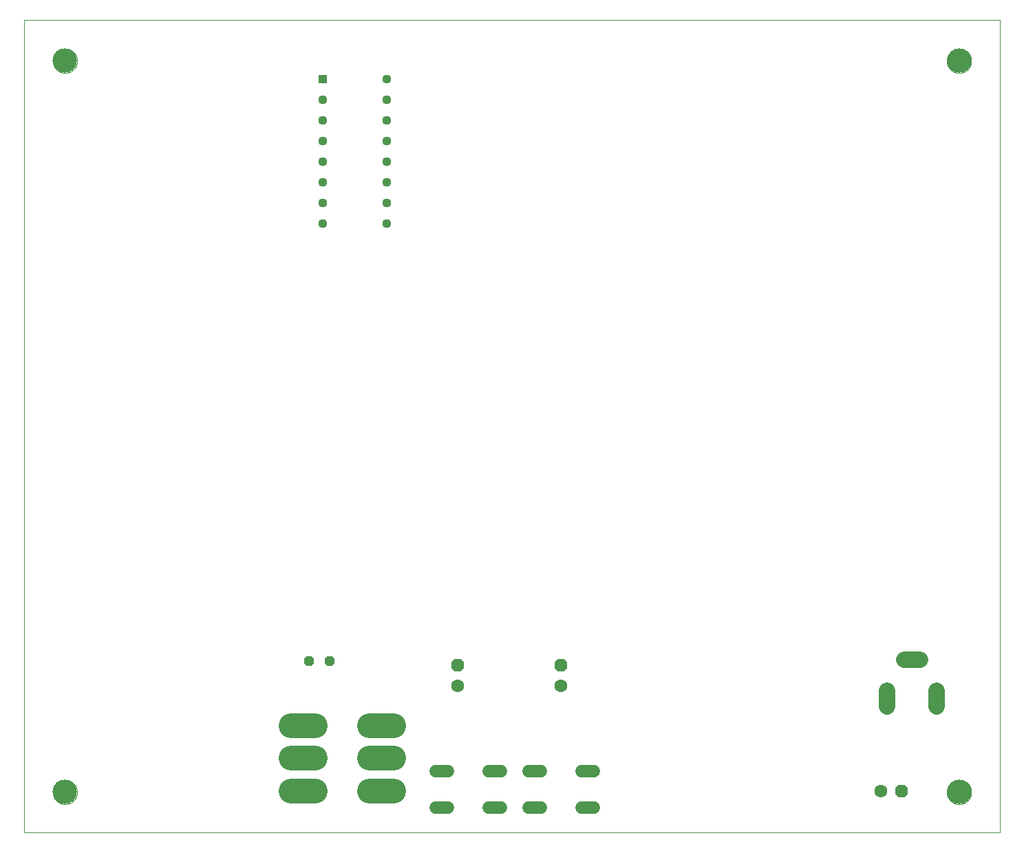
<source format=gbs>
G75*
%MOIN*%
%OFA0B0*%
%FSLAX25Y25*%
%IPPOS*%
%LPD*%
%AMOC8*
5,1,8,0,0,1.08239X$1,22.5*
%
%ADD10C,0.00000*%
%ADD11OC8,0.06300*%
%ADD12C,0.06300*%
%ADD13OC8,0.04800*%
%ADD14R,0.04449X0.04449*%
%ADD15C,0.04449*%
%ADD16C,0.07874*%
%ADD17C,0.06000*%
%ADD18C,0.11850*%
%ADD19C,0.11811*%
D10*
X0001800Y0003582D02*
X0001800Y0397283D01*
X0474241Y0397283D01*
X0474241Y0003582D01*
X0001800Y0003582D01*
X0015579Y0023267D02*
X0015581Y0023420D01*
X0015587Y0023574D01*
X0015597Y0023727D01*
X0015611Y0023879D01*
X0015629Y0024032D01*
X0015651Y0024183D01*
X0015676Y0024334D01*
X0015706Y0024485D01*
X0015740Y0024635D01*
X0015777Y0024783D01*
X0015818Y0024931D01*
X0015863Y0025077D01*
X0015912Y0025223D01*
X0015965Y0025367D01*
X0016021Y0025509D01*
X0016081Y0025650D01*
X0016145Y0025790D01*
X0016212Y0025928D01*
X0016283Y0026064D01*
X0016358Y0026198D01*
X0016435Y0026330D01*
X0016517Y0026460D01*
X0016601Y0026588D01*
X0016689Y0026714D01*
X0016780Y0026837D01*
X0016874Y0026958D01*
X0016972Y0027076D01*
X0017072Y0027192D01*
X0017176Y0027305D01*
X0017282Y0027416D01*
X0017391Y0027524D01*
X0017503Y0027629D01*
X0017617Y0027730D01*
X0017735Y0027829D01*
X0017854Y0027925D01*
X0017976Y0028018D01*
X0018101Y0028107D01*
X0018228Y0028194D01*
X0018357Y0028276D01*
X0018488Y0028356D01*
X0018621Y0028432D01*
X0018756Y0028505D01*
X0018893Y0028574D01*
X0019032Y0028639D01*
X0019172Y0028701D01*
X0019314Y0028759D01*
X0019457Y0028814D01*
X0019602Y0028865D01*
X0019748Y0028912D01*
X0019895Y0028955D01*
X0020043Y0028994D01*
X0020192Y0029030D01*
X0020342Y0029061D01*
X0020493Y0029089D01*
X0020644Y0029113D01*
X0020797Y0029133D01*
X0020949Y0029149D01*
X0021102Y0029161D01*
X0021255Y0029169D01*
X0021408Y0029173D01*
X0021562Y0029173D01*
X0021715Y0029169D01*
X0021868Y0029161D01*
X0022021Y0029149D01*
X0022173Y0029133D01*
X0022326Y0029113D01*
X0022477Y0029089D01*
X0022628Y0029061D01*
X0022778Y0029030D01*
X0022927Y0028994D01*
X0023075Y0028955D01*
X0023222Y0028912D01*
X0023368Y0028865D01*
X0023513Y0028814D01*
X0023656Y0028759D01*
X0023798Y0028701D01*
X0023938Y0028639D01*
X0024077Y0028574D01*
X0024214Y0028505D01*
X0024349Y0028432D01*
X0024482Y0028356D01*
X0024613Y0028276D01*
X0024742Y0028194D01*
X0024869Y0028107D01*
X0024994Y0028018D01*
X0025116Y0027925D01*
X0025235Y0027829D01*
X0025353Y0027730D01*
X0025467Y0027629D01*
X0025579Y0027524D01*
X0025688Y0027416D01*
X0025794Y0027305D01*
X0025898Y0027192D01*
X0025998Y0027076D01*
X0026096Y0026958D01*
X0026190Y0026837D01*
X0026281Y0026714D01*
X0026369Y0026588D01*
X0026453Y0026460D01*
X0026535Y0026330D01*
X0026612Y0026198D01*
X0026687Y0026064D01*
X0026758Y0025928D01*
X0026825Y0025790D01*
X0026889Y0025650D01*
X0026949Y0025509D01*
X0027005Y0025367D01*
X0027058Y0025223D01*
X0027107Y0025077D01*
X0027152Y0024931D01*
X0027193Y0024783D01*
X0027230Y0024635D01*
X0027264Y0024485D01*
X0027294Y0024334D01*
X0027319Y0024183D01*
X0027341Y0024032D01*
X0027359Y0023879D01*
X0027373Y0023727D01*
X0027383Y0023574D01*
X0027389Y0023420D01*
X0027391Y0023267D01*
X0027389Y0023114D01*
X0027383Y0022960D01*
X0027373Y0022807D01*
X0027359Y0022655D01*
X0027341Y0022502D01*
X0027319Y0022351D01*
X0027294Y0022200D01*
X0027264Y0022049D01*
X0027230Y0021899D01*
X0027193Y0021751D01*
X0027152Y0021603D01*
X0027107Y0021457D01*
X0027058Y0021311D01*
X0027005Y0021167D01*
X0026949Y0021025D01*
X0026889Y0020884D01*
X0026825Y0020744D01*
X0026758Y0020606D01*
X0026687Y0020470D01*
X0026612Y0020336D01*
X0026535Y0020204D01*
X0026453Y0020074D01*
X0026369Y0019946D01*
X0026281Y0019820D01*
X0026190Y0019697D01*
X0026096Y0019576D01*
X0025998Y0019458D01*
X0025898Y0019342D01*
X0025794Y0019229D01*
X0025688Y0019118D01*
X0025579Y0019010D01*
X0025467Y0018905D01*
X0025353Y0018804D01*
X0025235Y0018705D01*
X0025116Y0018609D01*
X0024994Y0018516D01*
X0024869Y0018427D01*
X0024742Y0018340D01*
X0024613Y0018258D01*
X0024482Y0018178D01*
X0024349Y0018102D01*
X0024214Y0018029D01*
X0024077Y0017960D01*
X0023938Y0017895D01*
X0023798Y0017833D01*
X0023656Y0017775D01*
X0023513Y0017720D01*
X0023368Y0017669D01*
X0023222Y0017622D01*
X0023075Y0017579D01*
X0022927Y0017540D01*
X0022778Y0017504D01*
X0022628Y0017473D01*
X0022477Y0017445D01*
X0022326Y0017421D01*
X0022173Y0017401D01*
X0022021Y0017385D01*
X0021868Y0017373D01*
X0021715Y0017365D01*
X0021562Y0017361D01*
X0021408Y0017361D01*
X0021255Y0017365D01*
X0021102Y0017373D01*
X0020949Y0017385D01*
X0020797Y0017401D01*
X0020644Y0017421D01*
X0020493Y0017445D01*
X0020342Y0017473D01*
X0020192Y0017504D01*
X0020043Y0017540D01*
X0019895Y0017579D01*
X0019748Y0017622D01*
X0019602Y0017669D01*
X0019457Y0017720D01*
X0019314Y0017775D01*
X0019172Y0017833D01*
X0019032Y0017895D01*
X0018893Y0017960D01*
X0018756Y0018029D01*
X0018621Y0018102D01*
X0018488Y0018178D01*
X0018357Y0018258D01*
X0018228Y0018340D01*
X0018101Y0018427D01*
X0017976Y0018516D01*
X0017854Y0018609D01*
X0017735Y0018705D01*
X0017617Y0018804D01*
X0017503Y0018905D01*
X0017391Y0019010D01*
X0017282Y0019118D01*
X0017176Y0019229D01*
X0017072Y0019342D01*
X0016972Y0019458D01*
X0016874Y0019576D01*
X0016780Y0019697D01*
X0016689Y0019820D01*
X0016601Y0019946D01*
X0016517Y0020074D01*
X0016435Y0020204D01*
X0016358Y0020336D01*
X0016283Y0020470D01*
X0016212Y0020606D01*
X0016145Y0020744D01*
X0016081Y0020884D01*
X0016021Y0021025D01*
X0015965Y0021167D01*
X0015912Y0021311D01*
X0015863Y0021457D01*
X0015818Y0021603D01*
X0015777Y0021751D01*
X0015740Y0021899D01*
X0015706Y0022049D01*
X0015676Y0022200D01*
X0015651Y0022351D01*
X0015629Y0022502D01*
X0015611Y0022655D01*
X0015597Y0022807D01*
X0015587Y0022960D01*
X0015581Y0023114D01*
X0015579Y0023267D01*
X0015579Y0377598D02*
X0015581Y0377751D01*
X0015587Y0377905D01*
X0015597Y0378058D01*
X0015611Y0378210D01*
X0015629Y0378363D01*
X0015651Y0378514D01*
X0015676Y0378665D01*
X0015706Y0378816D01*
X0015740Y0378966D01*
X0015777Y0379114D01*
X0015818Y0379262D01*
X0015863Y0379408D01*
X0015912Y0379554D01*
X0015965Y0379698D01*
X0016021Y0379840D01*
X0016081Y0379981D01*
X0016145Y0380121D01*
X0016212Y0380259D01*
X0016283Y0380395D01*
X0016358Y0380529D01*
X0016435Y0380661D01*
X0016517Y0380791D01*
X0016601Y0380919D01*
X0016689Y0381045D01*
X0016780Y0381168D01*
X0016874Y0381289D01*
X0016972Y0381407D01*
X0017072Y0381523D01*
X0017176Y0381636D01*
X0017282Y0381747D01*
X0017391Y0381855D01*
X0017503Y0381960D01*
X0017617Y0382061D01*
X0017735Y0382160D01*
X0017854Y0382256D01*
X0017976Y0382349D01*
X0018101Y0382438D01*
X0018228Y0382525D01*
X0018357Y0382607D01*
X0018488Y0382687D01*
X0018621Y0382763D01*
X0018756Y0382836D01*
X0018893Y0382905D01*
X0019032Y0382970D01*
X0019172Y0383032D01*
X0019314Y0383090D01*
X0019457Y0383145D01*
X0019602Y0383196D01*
X0019748Y0383243D01*
X0019895Y0383286D01*
X0020043Y0383325D01*
X0020192Y0383361D01*
X0020342Y0383392D01*
X0020493Y0383420D01*
X0020644Y0383444D01*
X0020797Y0383464D01*
X0020949Y0383480D01*
X0021102Y0383492D01*
X0021255Y0383500D01*
X0021408Y0383504D01*
X0021562Y0383504D01*
X0021715Y0383500D01*
X0021868Y0383492D01*
X0022021Y0383480D01*
X0022173Y0383464D01*
X0022326Y0383444D01*
X0022477Y0383420D01*
X0022628Y0383392D01*
X0022778Y0383361D01*
X0022927Y0383325D01*
X0023075Y0383286D01*
X0023222Y0383243D01*
X0023368Y0383196D01*
X0023513Y0383145D01*
X0023656Y0383090D01*
X0023798Y0383032D01*
X0023938Y0382970D01*
X0024077Y0382905D01*
X0024214Y0382836D01*
X0024349Y0382763D01*
X0024482Y0382687D01*
X0024613Y0382607D01*
X0024742Y0382525D01*
X0024869Y0382438D01*
X0024994Y0382349D01*
X0025116Y0382256D01*
X0025235Y0382160D01*
X0025353Y0382061D01*
X0025467Y0381960D01*
X0025579Y0381855D01*
X0025688Y0381747D01*
X0025794Y0381636D01*
X0025898Y0381523D01*
X0025998Y0381407D01*
X0026096Y0381289D01*
X0026190Y0381168D01*
X0026281Y0381045D01*
X0026369Y0380919D01*
X0026453Y0380791D01*
X0026535Y0380661D01*
X0026612Y0380529D01*
X0026687Y0380395D01*
X0026758Y0380259D01*
X0026825Y0380121D01*
X0026889Y0379981D01*
X0026949Y0379840D01*
X0027005Y0379698D01*
X0027058Y0379554D01*
X0027107Y0379408D01*
X0027152Y0379262D01*
X0027193Y0379114D01*
X0027230Y0378966D01*
X0027264Y0378816D01*
X0027294Y0378665D01*
X0027319Y0378514D01*
X0027341Y0378363D01*
X0027359Y0378210D01*
X0027373Y0378058D01*
X0027383Y0377905D01*
X0027389Y0377751D01*
X0027391Y0377598D01*
X0027389Y0377445D01*
X0027383Y0377291D01*
X0027373Y0377138D01*
X0027359Y0376986D01*
X0027341Y0376833D01*
X0027319Y0376682D01*
X0027294Y0376531D01*
X0027264Y0376380D01*
X0027230Y0376230D01*
X0027193Y0376082D01*
X0027152Y0375934D01*
X0027107Y0375788D01*
X0027058Y0375642D01*
X0027005Y0375498D01*
X0026949Y0375356D01*
X0026889Y0375215D01*
X0026825Y0375075D01*
X0026758Y0374937D01*
X0026687Y0374801D01*
X0026612Y0374667D01*
X0026535Y0374535D01*
X0026453Y0374405D01*
X0026369Y0374277D01*
X0026281Y0374151D01*
X0026190Y0374028D01*
X0026096Y0373907D01*
X0025998Y0373789D01*
X0025898Y0373673D01*
X0025794Y0373560D01*
X0025688Y0373449D01*
X0025579Y0373341D01*
X0025467Y0373236D01*
X0025353Y0373135D01*
X0025235Y0373036D01*
X0025116Y0372940D01*
X0024994Y0372847D01*
X0024869Y0372758D01*
X0024742Y0372671D01*
X0024613Y0372589D01*
X0024482Y0372509D01*
X0024349Y0372433D01*
X0024214Y0372360D01*
X0024077Y0372291D01*
X0023938Y0372226D01*
X0023798Y0372164D01*
X0023656Y0372106D01*
X0023513Y0372051D01*
X0023368Y0372000D01*
X0023222Y0371953D01*
X0023075Y0371910D01*
X0022927Y0371871D01*
X0022778Y0371835D01*
X0022628Y0371804D01*
X0022477Y0371776D01*
X0022326Y0371752D01*
X0022173Y0371732D01*
X0022021Y0371716D01*
X0021868Y0371704D01*
X0021715Y0371696D01*
X0021562Y0371692D01*
X0021408Y0371692D01*
X0021255Y0371696D01*
X0021102Y0371704D01*
X0020949Y0371716D01*
X0020797Y0371732D01*
X0020644Y0371752D01*
X0020493Y0371776D01*
X0020342Y0371804D01*
X0020192Y0371835D01*
X0020043Y0371871D01*
X0019895Y0371910D01*
X0019748Y0371953D01*
X0019602Y0372000D01*
X0019457Y0372051D01*
X0019314Y0372106D01*
X0019172Y0372164D01*
X0019032Y0372226D01*
X0018893Y0372291D01*
X0018756Y0372360D01*
X0018621Y0372433D01*
X0018488Y0372509D01*
X0018357Y0372589D01*
X0018228Y0372671D01*
X0018101Y0372758D01*
X0017976Y0372847D01*
X0017854Y0372940D01*
X0017735Y0373036D01*
X0017617Y0373135D01*
X0017503Y0373236D01*
X0017391Y0373341D01*
X0017282Y0373449D01*
X0017176Y0373560D01*
X0017072Y0373673D01*
X0016972Y0373789D01*
X0016874Y0373907D01*
X0016780Y0374028D01*
X0016689Y0374151D01*
X0016601Y0374277D01*
X0016517Y0374405D01*
X0016435Y0374535D01*
X0016358Y0374667D01*
X0016283Y0374801D01*
X0016212Y0374937D01*
X0016145Y0375075D01*
X0016081Y0375215D01*
X0016021Y0375356D01*
X0015965Y0375498D01*
X0015912Y0375642D01*
X0015863Y0375788D01*
X0015818Y0375934D01*
X0015777Y0376082D01*
X0015740Y0376230D01*
X0015706Y0376380D01*
X0015676Y0376531D01*
X0015651Y0376682D01*
X0015629Y0376833D01*
X0015611Y0376986D01*
X0015597Y0377138D01*
X0015587Y0377291D01*
X0015581Y0377445D01*
X0015579Y0377598D01*
X0448650Y0377598D02*
X0448652Y0377751D01*
X0448658Y0377905D01*
X0448668Y0378058D01*
X0448682Y0378210D01*
X0448700Y0378363D01*
X0448722Y0378514D01*
X0448747Y0378665D01*
X0448777Y0378816D01*
X0448811Y0378966D01*
X0448848Y0379114D01*
X0448889Y0379262D01*
X0448934Y0379408D01*
X0448983Y0379554D01*
X0449036Y0379698D01*
X0449092Y0379840D01*
X0449152Y0379981D01*
X0449216Y0380121D01*
X0449283Y0380259D01*
X0449354Y0380395D01*
X0449429Y0380529D01*
X0449506Y0380661D01*
X0449588Y0380791D01*
X0449672Y0380919D01*
X0449760Y0381045D01*
X0449851Y0381168D01*
X0449945Y0381289D01*
X0450043Y0381407D01*
X0450143Y0381523D01*
X0450247Y0381636D01*
X0450353Y0381747D01*
X0450462Y0381855D01*
X0450574Y0381960D01*
X0450688Y0382061D01*
X0450806Y0382160D01*
X0450925Y0382256D01*
X0451047Y0382349D01*
X0451172Y0382438D01*
X0451299Y0382525D01*
X0451428Y0382607D01*
X0451559Y0382687D01*
X0451692Y0382763D01*
X0451827Y0382836D01*
X0451964Y0382905D01*
X0452103Y0382970D01*
X0452243Y0383032D01*
X0452385Y0383090D01*
X0452528Y0383145D01*
X0452673Y0383196D01*
X0452819Y0383243D01*
X0452966Y0383286D01*
X0453114Y0383325D01*
X0453263Y0383361D01*
X0453413Y0383392D01*
X0453564Y0383420D01*
X0453715Y0383444D01*
X0453868Y0383464D01*
X0454020Y0383480D01*
X0454173Y0383492D01*
X0454326Y0383500D01*
X0454479Y0383504D01*
X0454633Y0383504D01*
X0454786Y0383500D01*
X0454939Y0383492D01*
X0455092Y0383480D01*
X0455244Y0383464D01*
X0455397Y0383444D01*
X0455548Y0383420D01*
X0455699Y0383392D01*
X0455849Y0383361D01*
X0455998Y0383325D01*
X0456146Y0383286D01*
X0456293Y0383243D01*
X0456439Y0383196D01*
X0456584Y0383145D01*
X0456727Y0383090D01*
X0456869Y0383032D01*
X0457009Y0382970D01*
X0457148Y0382905D01*
X0457285Y0382836D01*
X0457420Y0382763D01*
X0457553Y0382687D01*
X0457684Y0382607D01*
X0457813Y0382525D01*
X0457940Y0382438D01*
X0458065Y0382349D01*
X0458187Y0382256D01*
X0458306Y0382160D01*
X0458424Y0382061D01*
X0458538Y0381960D01*
X0458650Y0381855D01*
X0458759Y0381747D01*
X0458865Y0381636D01*
X0458969Y0381523D01*
X0459069Y0381407D01*
X0459167Y0381289D01*
X0459261Y0381168D01*
X0459352Y0381045D01*
X0459440Y0380919D01*
X0459524Y0380791D01*
X0459606Y0380661D01*
X0459683Y0380529D01*
X0459758Y0380395D01*
X0459829Y0380259D01*
X0459896Y0380121D01*
X0459960Y0379981D01*
X0460020Y0379840D01*
X0460076Y0379698D01*
X0460129Y0379554D01*
X0460178Y0379408D01*
X0460223Y0379262D01*
X0460264Y0379114D01*
X0460301Y0378966D01*
X0460335Y0378816D01*
X0460365Y0378665D01*
X0460390Y0378514D01*
X0460412Y0378363D01*
X0460430Y0378210D01*
X0460444Y0378058D01*
X0460454Y0377905D01*
X0460460Y0377751D01*
X0460462Y0377598D01*
X0460460Y0377445D01*
X0460454Y0377291D01*
X0460444Y0377138D01*
X0460430Y0376986D01*
X0460412Y0376833D01*
X0460390Y0376682D01*
X0460365Y0376531D01*
X0460335Y0376380D01*
X0460301Y0376230D01*
X0460264Y0376082D01*
X0460223Y0375934D01*
X0460178Y0375788D01*
X0460129Y0375642D01*
X0460076Y0375498D01*
X0460020Y0375356D01*
X0459960Y0375215D01*
X0459896Y0375075D01*
X0459829Y0374937D01*
X0459758Y0374801D01*
X0459683Y0374667D01*
X0459606Y0374535D01*
X0459524Y0374405D01*
X0459440Y0374277D01*
X0459352Y0374151D01*
X0459261Y0374028D01*
X0459167Y0373907D01*
X0459069Y0373789D01*
X0458969Y0373673D01*
X0458865Y0373560D01*
X0458759Y0373449D01*
X0458650Y0373341D01*
X0458538Y0373236D01*
X0458424Y0373135D01*
X0458306Y0373036D01*
X0458187Y0372940D01*
X0458065Y0372847D01*
X0457940Y0372758D01*
X0457813Y0372671D01*
X0457684Y0372589D01*
X0457553Y0372509D01*
X0457420Y0372433D01*
X0457285Y0372360D01*
X0457148Y0372291D01*
X0457009Y0372226D01*
X0456869Y0372164D01*
X0456727Y0372106D01*
X0456584Y0372051D01*
X0456439Y0372000D01*
X0456293Y0371953D01*
X0456146Y0371910D01*
X0455998Y0371871D01*
X0455849Y0371835D01*
X0455699Y0371804D01*
X0455548Y0371776D01*
X0455397Y0371752D01*
X0455244Y0371732D01*
X0455092Y0371716D01*
X0454939Y0371704D01*
X0454786Y0371696D01*
X0454633Y0371692D01*
X0454479Y0371692D01*
X0454326Y0371696D01*
X0454173Y0371704D01*
X0454020Y0371716D01*
X0453868Y0371732D01*
X0453715Y0371752D01*
X0453564Y0371776D01*
X0453413Y0371804D01*
X0453263Y0371835D01*
X0453114Y0371871D01*
X0452966Y0371910D01*
X0452819Y0371953D01*
X0452673Y0372000D01*
X0452528Y0372051D01*
X0452385Y0372106D01*
X0452243Y0372164D01*
X0452103Y0372226D01*
X0451964Y0372291D01*
X0451827Y0372360D01*
X0451692Y0372433D01*
X0451559Y0372509D01*
X0451428Y0372589D01*
X0451299Y0372671D01*
X0451172Y0372758D01*
X0451047Y0372847D01*
X0450925Y0372940D01*
X0450806Y0373036D01*
X0450688Y0373135D01*
X0450574Y0373236D01*
X0450462Y0373341D01*
X0450353Y0373449D01*
X0450247Y0373560D01*
X0450143Y0373673D01*
X0450043Y0373789D01*
X0449945Y0373907D01*
X0449851Y0374028D01*
X0449760Y0374151D01*
X0449672Y0374277D01*
X0449588Y0374405D01*
X0449506Y0374535D01*
X0449429Y0374667D01*
X0449354Y0374801D01*
X0449283Y0374937D01*
X0449216Y0375075D01*
X0449152Y0375215D01*
X0449092Y0375356D01*
X0449036Y0375498D01*
X0448983Y0375642D01*
X0448934Y0375788D01*
X0448889Y0375934D01*
X0448848Y0376082D01*
X0448811Y0376230D01*
X0448777Y0376380D01*
X0448747Y0376531D01*
X0448722Y0376682D01*
X0448700Y0376833D01*
X0448682Y0376986D01*
X0448668Y0377138D01*
X0448658Y0377291D01*
X0448652Y0377445D01*
X0448650Y0377598D01*
X0448650Y0023267D02*
X0448652Y0023420D01*
X0448658Y0023574D01*
X0448668Y0023727D01*
X0448682Y0023879D01*
X0448700Y0024032D01*
X0448722Y0024183D01*
X0448747Y0024334D01*
X0448777Y0024485D01*
X0448811Y0024635D01*
X0448848Y0024783D01*
X0448889Y0024931D01*
X0448934Y0025077D01*
X0448983Y0025223D01*
X0449036Y0025367D01*
X0449092Y0025509D01*
X0449152Y0025650D01*
X0449216Y0025790D01*
X0449283Y0025928D01*
X0449354Y0026064D01*
X0449429Y0026198D01*
X0449506Y0026330D01*
X0449588Y0026460D01*
X0449672Y0026588D01*
X0449760Y0026714D01*
X0449851Y0026837D01*
X0449945Y0026958D01*
X0450043Y0027076D01*
X0450143Y0027192D01*
X0450247Y0027305D01*
X0450353Y0027416D01*
X0450462Y0027524D01*
X0450574Y0027629D01*
X0450688Y0027730D01*
X0450806Y0027829D01*
X0450925Y0027925D01*
X0451047Y0028018D01*
X0451172Y0028107D01*
X0451299Y0028194D01*
X0451428Y0028276D01*
X0451559Y0028356D01*
X0451692Y0028432D01*
X0451827Y0028505D01*
X0451964Y0028574D01*
X0452103Y0028639D01*
X0452243Y0028701D01*
X0452385Y0028759D01*
X0452528Y0028814D01*
X0452673Y0028865D01*
X0452819Y0028912D01*
X0452966Y0028955D01*
X0453114Y0028994D01*
X0453263Y0029030D01*
X0453413Y0029061D01*
X0453564Y0029089D01*
X0453715Y0029113D01*
X0453868Y0029133D01*
X0454020Y0029149D01*
X0454173Y0029161D01*
X0454326Y0029169D01*
X0454479Y0029173D01*
X0454633Y0029173D01*
X0454786Y0029169D01*
X0454939Y0029161D01*
X0455092Y0029149D01*
X0455244Y0029133D01*
X0455397Y0029113D01*
X0455548Y0029089D01*
X0455699Y0029061D01*
X0455849Y0029030D01*
X0455998Y0028994D01*
X0456146Y0028955D01*
X0456293Y0028912D01*
X0456439Y0028865D01*
X0456584Y0028814D01*
X0456727Y0028759D01*
X0456869Y0028701D01*
X0457009Y0028639D01*
X0457148Y0028574D01*
X0457285Y0028505D01*
X0457420Y0028432D01*
X0457553Y0028356D01*
X0457684Y0028276D01*
X0457813Y0028194D01*
X0457940Y0028107D01*
X0458065Y0028018D01*
X0458187Y0027925D01*
X0458306Y0027829D01*
X0458424Y0027730D01*
X0458538Y0027629D01*
X0458650Y0027524D01*
X0458759Y0027416D01*
X0458865Y0027305D01*
X0458969Y0027192D01*
X0459069Y0027076D01*
X0459167Y0026958D01*
X0459261Y0026837D01*
X0459352Y0026714D01*
X0459440Y0026588D01*
X0459524Y0026460D01*
X0459606Y0026330D01*
X0459683Y0026198D01*
X0459758Y0026064D01*
X0459829Y0025928D01*
X0459896Y0025790D01*
X0459960Y0025650D01*
X0460020Y0025509D01*
X0460076Y0025367D01*
X0460129Y0025223D01*
X0460178Y0025077D01*
X0460223Y0024931D01*
X0460264Y0024783D01*
X0460301Y0024635D01*
X0460335Y0024485D01*
X0460365Y0024334D01*
X0460390Y0024183D01*
X0460412Y0024032D01*
X0460430Y0023879D01*
X0460444Y0023727D01*
X0460454Y0023574D01*
X0460460Y0023420D01*
X0460462Y0023267D01*
X0460460Y0023114D01*
X0460454Y0022960D01*
X0460444Y0022807D01*
X0460430Y0022655D01*
X0460412Y0022502D01*
X0460390Y0022351D01*
X0460365Y0022200D01*
X0460335Y0022049D01*
X0460301Y0021899D01*
X0460264Y0021751D01*
X0460223Y0021603D01*
X0460178Y0021457D01*
X0460129Y0021311D01*
X0460076Y0021167D01*
X0460020Y0021025D01*
X0459960Y0020884D01*
X0459896Y0020744D01*
X0459829Y0020606D01*
X0459758Y0020470D01*
X0459683Y0020336D01*
X0459606Y0020204D01*
X0459524Y0020074D01*
X0459440Y0019946D01*
X0459352Y0019820D01*
X0459261Y0019697D01*
X0459167Y0019576D01*
X0459069Y0019458D01*
X0458969Y0019342D01*
X0458865Y0019229D01*
X0458759Y0019118D01*
X0458650Y0019010D01*
X0458538Y0018905D01*
X0458424Y0018804D01*
X0458306Y0018705D01*
X0458187Y0018609D01*
X0458065Y0018516D01*
X0457940Y0018427D01*
X0457813Y0018340D01*
X0457684Y0018258D01*
X0457553Y0018178D01*
X0457420Y0018102D01*
X0457285Y0018029D01*
X0457148Y0017960D01*
X0457009Y0017895D01*
X0456869Y0017833D01*
X0456727Y0017775D01*
X0456584Y0017720D01*
X0456439Y0017669D01*
X0456293Y0017622D01*
X0456146Y0017579D01*
X0455998Y0017540D01*
X0455849Y0017504D01*
X0455699Y0017473D01*
X0455548Y0017445D01*
X0455397Y0017421D01*
X0455244Y0017401D01*
X0455092Y0017385D01*
X0454939Y0017373D01*
X0454786Y0017365D01*
X0454633Y0017361D01*
X0454479Y0017361D01*
X0454326Y0017365D01*
X0454173Y0017373D01*
X0454020Y0017385D01*
X0453868Y0017401D01*
X0453715Y0017421D01*
X0453564Y0017445D01*
X0453413Y0017473D01*
X0453263Y0017504D01*
X0453114Y0017540D01*
X0452966Y0017579D01*
X0452819Y0017622D01*
X0452673Y0017669D01*
X0452528Y0017720D01*
X0452385Y0017775D01*
X0452243Y0017833D01*
X0452103Y0017895D01*
X0451964Y0017960D01*
X0451827Y0018029D01*
X0451692Y0018102D01*
X0451559Y0018178D01*
X0451428Y0018258D01*
X0451299Y0018340D01*
X0451172Y0018427D01*
X0451047Y0018516D01*
X0450925Y0018609D01*
X0450806Y0018705D01*
X0450688Y0018804D01*
X0450574Y0018905D01*
X0450462Y0019010D01*
X0450353Y0019118D01*
X0450247Y0019229D01*
X0450143Y0019342D01*
X0450043Y0019458D01*
X0449945Y0019576D01*
X0449851Y0019697D01*
X0449760Y0019820D01*
X0449672Y0019946D01*
X0449588Y0020074D01*
X0449506Y0020204D01*
X0449429Y0020336D01*
X0449354Y0020470D01*
X0449283Y0020606D01*
X0449216Y0020744D01*
X0449152Y0020884D01*
X0449092Y0021025D01*
X0449036Y0021167D01*
X0448983Y0021311D01*
X0448934Y0021457D01*
X0448889Y0021603D01*
X0448848Y0021751D01*
X0448811Y0021899D01*
X0448777Y0022049D01*
X0448747Y0022200D01*
X0448722Y0022351D01*
X0448700Y0022502D01*
X0448682Y0022655D01*
X0448668Y0022807D01*
X0448658Y0022960D01*
X0448652Y0023114D01*
X0448650Y0023267D01*
D11*
X0426800Y0023582D03*
X0261800Y0084582D03*
X0211800Y0084582D03*
D12*
X0211800Y0074582D03*
X0261800Y0074582D03*
X0416800Y0023582D03*
D13*
X0149800Y0086582D03*
X0139800Y0086582D03*
D14*
X0146170Y0368582D03*
D15*
X0146170Y0358582D03*
X0146170Y0348582D03*
X0146170Y0338582D03*
X0146170Y0328582D03*
X0146170Y0318582D03*
X0146170Y0308582D03*
X0146170Y0298582D03*
X0177430Y0298582D03*
X0177430Y0308582D03*
X0177430Y0318582D03*
X0177430Y0328582D03*
X0177430Y0338582D03*
X0177430Y0348582D03*
X0177430Y0358582D03*
X0177430Y0368582D03*
D16*
X0427863Y0087480D02*
X0435737Y0087480D01*
X0443611Y0072519D02*
X0443611Y0064645D01*
X0419595Y0064645D02*
X0419595Y0072519D01*
D17*
X0277600Y0033482D02*
X0271600Y0033482D01*
X0271600Y0015682D02*
X0277600Y0015682D01*
X0252000Y0015682D02*
X0246000Y0015682D01*
X0232600Y0015682D02*
X0226600Y0015682D01*
X0207000Y0015682D02*
X0201000Y0015682D01*
X0201000Y0033482D02*
X0207000Y0033482D01*
X0226600Y0033482D02*
X0232600Y0033482D01*
X0246000Y0033482D02*
X0252000Y0033482D01*
D18*
X0180725Y0039582D02*
X0168875Y0039582D01*
X0168875Y0023782D02*
X0180725Y0023782D01*
X0180725Y0055382D02*
X0168875Y0055382D01*
X0142725Y0055382D02*
X0130875Y0055382D01*
X0130875Y0039582D02*
X0142725Y0039582D01*
X0142725Y0023782D02*
X0130875Y0023782D01*
D19*
X0021485Y0023267D03*
X0021485Y0377598D03*
X0454556Y0377598D03*
X0454556Y0023267D03*
M02*

</source>
